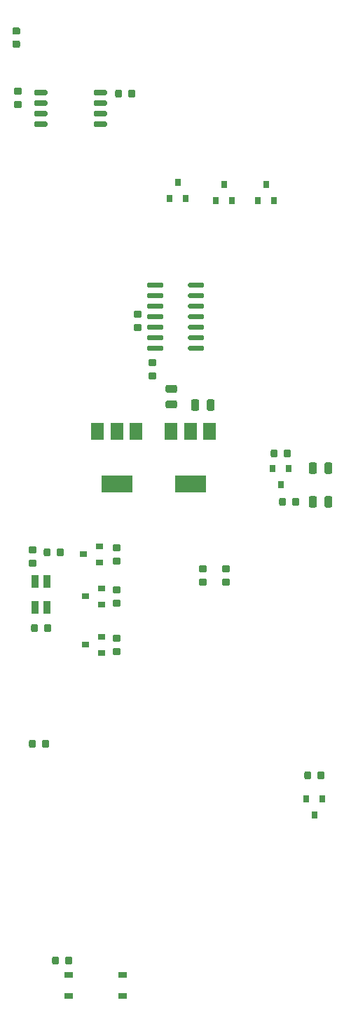
<source format=gbr>
%TF.GenerationSoftware,KiCad,Pcbnew,5.1.6-1.fc32*%
%TF.CreationDate,2021-02-06T17:56:30+01:00*%
%TF.ProjectId,New-New-ACNode-Shield,4e65772d-4e65-4772-9d41-434e6f64652d,rev?*%
%TF.SameCoordinates,Original*%
%TF.FileFunction,Paste,Top*%
%TF.FilePolarity,Positive*%
%FSLAX46Y46*%
G04 Gerber Fmt 4.6, Leading zero omitted, Abs format (unit mm)*
G04 Created by KiCad (PCBNEW 5.1.6-1.fc32) date 2021-02-06 17:56:30*
%MOMM*%
%LPD*%
G01*
G04 APERTURE LIST*
%ADD10R,1.500000X2.000000*%
%ADD11R,3.800000X2.000000*%
%ADD12R,1.000000X0.800000*%
%ADD13R,0.800000X0.900000*%
%ADD14R,0.900000X0.800000*%
%ADD15R,0.900000X1.500000*%
G04 APERTURE END LIST*
D10*
%TO.C,U5*%
X153430000Y-95656000D03*
X148830000Y-95656000D03*
X151130000Y-95656000D03*
D11*
X151130000Y-101956000D03*
%TD*%
D12*
%TO.C,U4*%
X136450000Y-163830000D03*
X142950000Y-163830000D03*
X142950000Y-161290000D03*
X136450000Y-161290000D03*
%TD*%
%TO.C,U3*%
G36*
G01*
X139452000Y-54887000D02*
X139452000Y-54587000D01*
G75*
G02*
X139602000Y-54437000I150000J0D01*
G01*
X140902000Y-54437000D01*
G75*
G02*
X141052000Y-54587000I0J-150000D01*
G01*
X141052000Y-54887000D01*
G75*
G02*
X140902000Y-55037000I-150000J0D01*
G01*
X139602000Y-55037000D01*
G75*
G02*
X139452000Y-54887000I0J150000D01*
G01*
G37*
G36*
G01*
X139452000Y-56157000D02*
X139452000Y-55857000D01*
G75*
G02*
X139602000Y-55707000I150000J0D01*
G01*
X140902000Y-55707000D01*
G75*
G02*
X141052000Y-55857000I0J-150000D01*
G01*
X141052000Y-56157000D01*
G75*
G02*
X140902000Y-56307000I-150000J0D01*
G01*
X139602000Y-56307000D01*
G75*
G02*
X139452000Y-56157000I0J150000D01*
G01*
G37*
G36*
G01*
X139452000Y-57427000D02*
X139452000Y-57127000D01*
G75*
G02*
X139602000Y-56977000I150000J0D01*
G01*
X140902000Y-56977000D01*
G75*
G02*
X141052000Y-57127000I0J-150000D01*
G01*
X141052000Y-57427000D01*
G75*
G02*
X140902000Y-57577000I-150000J0D01*
G01*
X139602000Y-57577000D01*
G75*
G02*
X139452000Y-57427000I0J150000D01*
G01*
G37*
G36*
G01*
X139452000Y-58697000D02*
X139452000Y-58397000D01*
G75*
G02*
X139602000Y-58247000I150000J0D01*
G01*
X140902000Y-58247000D01*
G75*
G02*
X141052000Y-58397000I0J-150000D01*
G01*
X141052000Y-58697000D01*
G75*
G02*
X140902000Y-58847000I-150000J0D01*
G01*
X139602000Y-58847000D01*
G75*
G02*
X139452000Y-58697000I0J150000D01*
G01*
G37*
G36*
G01*
X132252000Y-58697000D02*
X132252000Y-58397000D01*
G75*
G02*
X132402000Y-58247000I150000J0D01*
G01*
X133702000Y-58247000D01*
G75*
G02*
X133852000Y-58397000I0J-150000D01*
G01*
X133852000Y-58697000D01*
G75*
G02*
X133702000Y-58847000I-150000J0D01*
G01*
X132402000Y-58847000D01*
G75*
G02*
X132252000Y-58697000I0J150000D01*
G01*
G37*
G36*
G01*
X132252000Y-57427000D02*
X132252000Y-57127000D01*
G75*
G02*
X132402000Y-56977000I150000J0D01*
G01*
X133702000Y-56977000D01*
G75*
G02*
X133852000Y-57127000I0J-150000D01*
G01*
X133852000Y-57427000D01*
G75*
G02*
X133702000Y-57577000I-150000J0D01*
G01*
X132402000Y-57577000D01*
G75*
G02*
X132252000Y-57427000I0J150000D01*
G01*
G37*
G36*
G01*
X132252000Y-56157000D02*
X132252000Y-55857000D01*
G75*
G02*
X132402000Y-55707000I150000J0D01*
G01*
X133702000Y-55707000D01*
G75*
G02*
X133852000Y-55857000I0J-150000D01*
G01*
X133852000Y-56157000D01*
G75*
G02*
X133702000Y-56307000I-150000J0D01*
G01*
X132402000Y-56307000D01*
G75*
G02*
X132252000Y-56157000I0J150000D01*
G01*
G37*
G36*
G01*
X132252000Y-54887000D02*
X132252000Y-54587000D01*
G75*
G02*
X132402000Y-54437000I150000J0D01*
G01*
X133702000Y-54437000D01*
G75*
G02*
X133852000Y-54587000I0J-150000D01*
G01*
X133852000Y-54887000D01*
G75*
G02*
X133702000Y-55037000I-150000J0D01*
G01*
X132402000Y-55037000D01*
G75*
G02*
X132252000Y-54887000I0J150000D01*
G01*
G37*
%TD*%
%TO.C,U1*%
G36*
G01*
X147852000Y-85448000D02*
X147852000Y-85748000D01*
G75*
G02*
X147702000Y-85898000I-150000J0D01*
G01*
X146052000Y-85898000D01*
G75*
G02*
X145902000Y-85748000I0J150000D01*
G01*
X145902000Y-85448000D01*
G75*
G02*
X146052000Y-85298000I150000J0D01*
G01*
X147702000Y-85298000D01*
G75*
G02*
X147852000Y-85448000I0J-150000D01*
G01*
G37*
G36*
G01*
X147852000Y-84178000D02*
X147852000Y-84478000D01*
G75*
G02*
X147702000Y-84628000I-150000J0D01*
G01*
X146052000Y-84628000D01*
G75*
G02*
X145902000Y-84478000I0J150000D01*
G01*
X145902000Y-84178000D01*
G75*
G02*
X146052000Y-84028000I150000J0D01*
G01*
X147702000Y-84028000D01*
G75*
G02*
X147852000Y-84178000I0J-150000D01*
G01*
G37*
G36*
G01*
X147852000Y-82908000D02*
X147852000Y-83208000D01*
G75*
G02*
X147702000Y-83358000I-150000J0D01*
G01*
X146052000Y-83358000D01*
G75*
G02*
X145902000Y-83208000I0J150000D01*
G01*
X145902000Y-82908000D01*
G75*
G02*
X146052000Y-82758000I150000J0D01*
G01*
X147702000Y-82758000D01*
G75*
G02*
X147852000Y-82908000I0J-150000D01*
G01*
G37*
G36*
G01*
X147852000Y-81638000D02*
X147852000Y-81938000D01*
G75*
G02*
X147702000Y-82088000I-150000J0D01*
G01*
X146052000Y-82088000D01*
G75*
G02*
X145902000Y-81938000I0J150000D01*
G01*
X145902000Y-81638000D01*
G75*
G02*
X146052000Y-81488000I150000J0D01*
G01*
X147702000Y-81488000D01*
G75*
G02*
X147852000Y-81638000I0J-150000D01*
G01*
G37*
G36*
G01*
X147852000Y-80368000D02*
X147852000Y-80668000D01*
G75*
G02*
X147702000Y-80818000I-150000J0D01*
G01*
X146052000Y-80818000D01*
G75*
G02*
X145902000Y-80668000I0J150000D01*
G01*
X145902000Y-80368000D01*
G75*
G02*
X146052000Y-80218000I150000J0D01*
G01*
X147702000Y-80218000D01*
G75*
G02*
X147852000Y-80368000I0J-150000D01*
G01*
G37*
G36*
G01*
X147852000Y-79098000D02*
X147852000Y-79398000D01*
G75*
G02*
X147702000Y-79548000I-150000J0D01*
G01*
X146052000Y-79548000D01*
G75*
G02*
X145902000Y-79398000I0J150000D01*
G01*
X145902000Y-79098000D01*
G75*
G02*
X146052000Y-78948000I150000J0D01*
G01*
X147702000Y-78948000D01*
G75*
G02*
X147852000Y-79098000I0J-150000D01*
G01*
G37*
G36*
G01*
X147852000Y-77828000D02*
X147852000Y-78128000D01*
G75*
G02*
X147702000Y-78278000I-150000J0D01*
G01*
X146052000Y-78278000D01*
G75*
G02*
X145902000Y-78128000I0J150000D01*
G01*
X145902000Y-77828000D01*
G75*
G02*
X146052000Y-77678000I150000J0D01*
G01*
X147702000Y-77678000D01*
G75*
G02*
X147852000Y-77828000I0J-150000D01*
G01*
G37*
G36*
G01*
X152802000Y-77828000D02*
X152802000Y-78128000D01*
G75*
G02*
X152652000Y-78278000I-150000J0D01*
G01*
X151002000Y-78278000D01*
G75*
G02*
X150852000Y-78128000I0J150000D01*
G01*
X150852000Y-77828000D01*
G75*
G02*
X151002000Y-77678000I150000J0D01*
G01*
X152652000Y-77678000D01*
G75*
G02*
X152802000Y-77828000I0J-150000D01*
G01*
G37*
G36*
G01*
X152802000Y-79098000D02*
X152802000Y-79398000D01*
G75*
G02*
X152652000Y-79548000I-150000J0D01*
G01*
X151002000Y-79548000D01*
G75*
G02*
X150852000Y-79398000I0J150000D01*
G01*
X150852000Y-79098000D01*
G75*
G02*
X151002000Y-78948000I150000J0D01*
G01*
X152652000Y-78948000D01*
G75*
G02*
X152802000Y-79098000I0J-150000D01*
G01*
G37*
G36*
G01*
X152802000Y-80368000D02*
X152802000Y-80668000D01*
G75*
G02*
X152652000Y-80818000I-150000J0D01*
G01*
X151002000Y-80818000D01*
G75*
G02*
X150852000Y-80668000I0J150000D01*
G01*
X150852000Y-80368000D01*
G75*
G02*
X151002000Y-80218000I150000J0D01*
G01*
X152652000Y-80218000D01*
G75*
G02*
X152802000Y-80368000I0J-150000D01*
G01*
G37*
G36*
G01*
X152802000Y-81638000D02*
X152802000Y-81938000D01*
G75*
G02*
X152652000Y-82088000I-150000J0D01*
G01*
X151002000Y-82088000D01*
G75*
G02*
X150852000Y-81938000I0J150000D01*
G01*
X150852000Y-81638000D01*
G75*
G02*
X151002000Y-81488000I150000J0D01*
G01*
X152652000Y-81488000D01*
G75*
G02*
X152802000Y-81638000I0J-150000D01*
G01*
G37*
G36*
G01*
X152802000Y-82908000D02*
X152802000Y-83208000D01*
G75*
G02*
X152652000Y-83358000I-150000J0D01*
G01*
X151002000Y-83358000D01*
G75*
G02*
X150852000Y-83208000I0J150000D01*
G01*
X150852000Y-82908000D01*
G75*
G02*
X151002000Y-82758000I150000J0D01*
G01*
X152652000Y-82758000D01*
G75*
G02*
X152802000Y-82908000I0J-150000D01*
G01*
G37*
G36*
G01*
X152802000Y-84178000D02*
X152802000Y-84478000D01*
G75*
G02*
X152652000Y-84628000I-150000J0D01*
G01*
X151002000Y-84628000D01*
G75*
G02*
X150852000Y-84478000I0J150000D01*
G01*
X150852000Y-84178000D01*
G75*
G02*
X151002000Y-84028000I150000J0D01*
G01*
X152652000Y-84028000D01*
G75*
G02*
X152802000Y-84178000I0J-150000D01*
G01*
G37*
G36*
G01*
X152802000Y-85448000D02*
X152802000Y-85748000D01*
G75*
G02*
X152652000Y-85898000I-150000J0D01*
G01*
X151002000Y-85898000D01*
G75*
G02*
X150852000Y-85748000I0J150000D01*
G01*
X150852000Y-85448000D01*
G75*
G02*
X151002000Y-85298000I150000J0D01*
G01*
X152652000Y-85298000D01*
G75*
G02*
X152802000Y-85448000I0J-150000D01*
G01*
G37*
%TD*%
%TO.C,R16*%
G36*
G01*
X161702000Y-98041750D02*
X161702000Y-98554250D01*
G75*
G02*
X161483250Y-98773000I-218750J0D01*
G01*
X161045750Y-98773000D01*
G75*
G02*
X160827000Y-98554250I0J218750D01*
G01*
X160827000Y-98041750D01*
G75*
G02*
X161045750Y-97823000I218750J0D01*
G01*
X161483250Y-97823000D01*
G75*
G02*
X161702000Y-98041750I0J-218750D01*
G01*
G37*
G36*
G01*
X163277000Y-98041750D02*
X163277000Y-98554250D01*
G75*
G02*
X163058250Y-98773000I-218750J0D01*
G01*
X162620750Y-98773000D01*
G75*
G02*
X162402000Y-98554250I0J218750D01*
G01*
X162402000Y-98041750D01*
G75*
G02*
X162620750Y-97823000I218750J0D01*
G01*
X163058250Y-97823000D01*
G75*
G02*
X163277000Y-98041750I0J-218750D01*
G01*
G37*
%TD*%
%TO.C,R15*%
G36*
G01*
X162718000Y-103883750D02*
X162718000Y-104396250D01*
G75*
G02*
X162499250Y-104615000I-218750J0D01*
G01*
X162061750Y-104615000D01*
G75*
G02*
X161843000Y-104396250I0J218750D01*
G01*
X161843000Y-103883750D01*
G75*
G02*
X162061750Y-103665000I218750J0D01*
G01*
X162499250Y-103665000D01*
G75*
G02*
X162718000Y-103883750I0J-218750D01*
G01*
G37*
G36*
G01*
X164293000Y-103883750D02*
X164293000Y-104396250D01*
G75*
G02*
X164074250Y-104615000I-218750J0D01*
G01*
X163636750Y-104615000D01*
G75*
G02*
X163418000Y-104396250I0J218750D01*
G01*
X163418000Y-103883750D01*
G75*
G02*
X163636750Y-103665000I218750J0D01*
G01*
X164074250Y-103665000D01*
G75*
G02*
X164293000Y-103883750I0J-218750D01*
G01*
G37*
%TD*%
%TO.C,R14*%
G36*
G01*
X133192000Y-133606250D02*
X133192000Y-133093750D01*
G75*
G02*
X133410750Y-132875000I218750J0D01*
G01*
X133848250Y-132875000D01*
G75*
G02*
X134067000Y-133093750I0J-218750D01*
G01*
X134067000Y-133606250D01*
G75*
G02*
X133848250Y-133825000I-218750J0D01*
G01*
X133410750Y-133825000D01*
G75*
G02*
X133192000Y-133606250I0J218750D01*
G01*
G37*
G36*
G01*
X131617000Y-133606250D02*
X131617000Y-133093750D01*
G75*
G02*
X131835750Y-132875000I218750J0D01*
G01*
X132273250Y-132875000D01*
G75*
G02*
X132492000Y-133093750I0J-218750D01*
G01*
X132492000Y-133606250D01*
G75*
G02*
X132273250Y-133825000I-218750J0D01*
G01*
X131835750Y-133825000D01*
G75*
G02*
X131617000Y-133606250I0J218750D01*
G01*
G37*
%TD*%
%TO.C,R13*%
G36*
G01*
X155704250Y-112680000D02*
X155191750Y-112680000D01*
G75*
G02*
X154973000Y-112461250I0J218750D01*
G01*
X154973000Y-112023750D01*
G75*
G02*
X155191750Y-111805000I218750J0D01*
G01*
X155704250Y-111805000D01*
G75*
G02*
X155923000Y-112023750I0J-218750D01*
G01*
X155923000Y-112461250D01*
G75*
G02*
X155704250Y-112680000I-218750J0D01*
G01*
G37*
G36*
G01*
X155704250Y-114255000D02*
X155191750Y-114255000D01*
G75*
G02*
X154973000Y-114036250I0J218750D01*
G01*
X154973000Y-113598750D01*
G75*
G02*
X155191750Y-113380000I218750J0D01*
G01*
X155704250Y-113380000D01*
G75*
G02*
X155923000Y-113598750I0J-218750D01*
G01*
X155923000Y-114036250D01*
G75*
G02*
X155704250Y-114255000I-218750J0D01*
G01*
G37*
%TD*%
%TO.C,R12*%
G36*
G01*
X152910250Y-112680000D02*
X152397750Y-112680000D01*
G75*
G02*
X152179000Y-112461250I0J218750D01*
G01*
X152179000Y-112023750D01*
G75*
G02*
X152397750Y-111805000I218750J0D01*
G01*
X152910250Y-111805000D01*
G75*
G02*
X153129000Y-112023750I0J-218750D01*
G01*
X153129000Y-112461250D01*
G75*
G02*
X152910250Y-112680000I-218750J0D01*
G01*
G37*
G36*
G01*
X152910250Y-114255000D02*
X152397750Y-114255000D01*
G75*
G02*
X152179000Y-114036250I0J218750D01*
G01*
X152179000Y-113598750D01*
G75*
G02*
X152397750Y-113380000I218750J0D01*
G01*
X152910250Y-113380000D01*
G75*
G02*
X153129000Y-113598750I0J-218750D01*
G01*
X153129000Y-114036250D01*
G75*
G02*
X152910250Y-114255000I-218750J0D01*
G01*
G37*
%TD*%
%TO.C,R11*%
G36*
G01*
X135286000Y-159255750D02*
X135286000Y-159768250D01*
G75*
G02*
X135067250Y-159987000I-218750J0D01*
G01*
X134629750Y-159987000D01*
G75*
G02*
X134411000Y-159768250I0J218750D01*
G01*
X134411000Y-159255750D01*
G75*
G02*
X134629750Y-159037000I218750J0D01*
G01*
X135067250Y-159037000D01*
G75*
G02*
X135286000Y-159255750I0J-218750D01*
G01*
G37*
G36*
G01*
X136861000Y-159255750D02*
X136861000Y-159768250D01*
G75*
G02*
X136642250Y-159987000I-218750J0D01*
G01*
X136204750Y-159987000D01*
G75*
G02*
X135986000Y-159768250I0J218750D01*
G01*
X135986000Y-159255750D01*
G75*
G02*
X136204750Y-159037000I218750J0D01*
G01*
X136642250Y-159037000D01*
G75*
G02*
X136861000Y-159255750I0J-218750D01*
G01*
G37*
%TD*%
%TO.C,R10*%
G36*
G01*
X129843750Y-48450000D02*
X130356250Y-48450000D01*
G75*
G02*
X130575000Y-48668750I0J-218750D01*
G01*
X130575000Y-49106250D01*
G75*
G02*
X130356250Y-49325000I-218750J0D01*
G01*
X129843750Y-49325000D01*
G75*
G02*
X129625000Y-49106250I0J218750D01*
G01*
X129625000Y-48668750D01*
G75*
G02*
X129843750Y-48450000I218750J0D01*
G01*
G37*
G36*
G01*
X129843750Y-46875000D02*
X130356250Y-46875000D01*
G75*
G02*
X130575000Y-47093750I0J-218750D01*
G01*
X130575000Y-47531250D01*
G75*
G02*
X130356250Y-47750000I-218750J0D01*
G01*
X129843750Y-47750000D01*
G75*
G02*
X129625000Y-47531250I0J218750D01*
G01*
X129625000Y-47093750D01*
G75*
G02*
X129843750Y-46875000I218750J0D01*
G01*
G37*
%TD*%
%TO.C,R9*%
G36*
G01*
X165766000Y-136903750D02*
X165766000Y-137416250D01*
G75*
G02*
X165547250Y-137635000I-218750J0D01*
G01*
X165109750Y-137635000D01*
G75*
G02*
X164891000Y-137416250I0J218750D01*
G01*
X164891000Y-136903750D01*
G75*
G02*
X165109750Y-136685000I218750J0D01*
G01*
X165547250Y-136685000D01*
G75*
G02*
X165766000Y-136903750I0J-218750D01*
G01*
G37*
G36*
G01*
X167341000Y-136903750D02*
X167341000Y-137416250D01*
G75*
G02*
X167122250Y-137635000I-218750J0D01*
G01*
X166684750Y-137635000D01*
G75*
G02*
X166466000Y-137416250I0J218750D01*
G01*
X166466000Y-136903750D01*
G75*
G02*
X166684750Y-136685000I218750J0D01*
G01*
X167122250Y-136685000D01*
G75*
G02*
X167341000Y-136903750I0J-218750D01*
G01*
G37*
%TD*%
%TO.C,R8*%
G36*
G01*
X142496250Y-121062000D02*
X141983750Y-121062000D01*
G75*
G02*
X141765000Y-120843250I0J218750D01*
G01*
X141765000Y-120405750D01*
G75*
G02*
X141983750Y-120187000I218750J0D01*
G01*
X142496250Y-120187000D01*
G75*
G02*
X142715000Y-120405750I0J-218750D01*
G01*
X142715000Y-120843250D01*
G75*
G02*
X142496250Y-121062000I-218750J0D01*
G01*
G37*
G36*
G01*
X142496250Y-122637000D02*
X141983750Y-122637000D01*
G75*
G02*
X141765000Y-122418250I0J218750D01*
G01*
X141765000Y-121980750D01*
G75*
G02*
X141983750Y-121762000I218750J0D01*
G01*
X142496250Y-121762000D01*
G75*
G02*
X142715000Y-121980750I0J-218750D01*
G01*
X142715000Y-122418250D01*
G75*
G02*
X142496250Y-122637000I-218750J0D01*
G01*
G37*
%TD*%
%TO.C,R7*%
G36*
G01*
X142496250Y-115220000D02*
X141983750Y-115220000D01*
G75*
G02*
X141765000Y-115001250I0J218750D01*
G01*
X141765000Y-114563750D01*
G75*
G02*
X141983750Y-114345000I218750J0D01*
G01*
X142496250Y-114345000D01*
G75*
G02*
X142715000Y-114563750I0J-218750D01*
G01*
X142715000Y-115001250D01*
G75*
G02*
X142496250Y-115220000I-218750J0D01*
G01*
G37*
G36*
G01*
X142496250Y-116795000D02*
X141983750Y-116795000D01*
G75*
G02*
X141765000Y-116576250I0J218750D01*
G01*
X141765000Y-116138750D01*
G75*
G02*
X141983750Y-115920000I218750J0D01*
G01*
X142496250Y-115920000D01*
G75*
G02*
X142715000Y-116138750I0J-218750D01*
G01*
X142715000Y-116576250D01*
G75*
G02*
X142496250Y-116795000I-218750J0D01*
G01*
G37*
%TD*%
%TO.C,R6*%
G36*
G01*
X142496250Y-110140000D02*
X141983750Y-110140000D01*
G75*
G02*
X141765000Y-109921250I0J218750D01*
G01*
X141765000Y-109483750D01*
G75*
G02*
X141983750Y-109265000I218750J0D01*
G01*
X142496250Y-109265000D01*
G75*
G02*
X142715000Y-109483750I0J-218750D01*
G01*
X142715000Y-109921250D01*
G75*
G02*
X142496250Y-110140000I-218750J0D01*
G01*
G37*
G36*
G01*
X142496250Y-111715000D02*
X141983750Y-111715000D01*
G75*
G02*
X141765000Y-111496250I0J218750D01*
G01*
X141765000Y-111058750D01*
G75*
G02*
X141983750Y-110840000I218750J0D01*
G01*
X142496250Y-110840000D01*
G75*
G02*
X142715000Y-111058750I0J-218750D01*
G01*
X142715000Y-111496250D01*
G75*
G02*
X142496250Y-111715000I-218750J0D01*
G01*
G37*
%TD*%
%TO.C,R5*%
G36*
G01*
X133446000Y-119636250D02*
X133446000Y-119123750D01*
G75*
G02*
X133664750Y-118905000I218750J0D01*
G01*
X134102250Y-118905000D01*
G75*
G02*
X134321000Y-119123750I0J-218750D01*
G01*
X134321000Y-119636250D01*
G75*
G02*
X134102250Y-119855000I-218750J0D01*
G01*
X133664750Y-119855000D01*
G75*
G02*
X133446000Y-119636250I0J218750D01*
G01*
G37*
G36*
G01*
X131871000Y-119636250D02*
X131871000Y-119123750D01*
G75*
G02*
X132089750Y-118905000I218750J0D01*
G01*
X132527250Y-118905000D01*
G75*
G02*
X132746000Y-119123750I0J-218750D01*
G01*
X132746000Y-119636250D01*
G75*
G02*
X132527250Y-119855000I-218750J0D01*
G01*
X132089750Y-119855000D01*
G75*
G02*
X131871000Y-119636250I0J218750D01*
G01*
G37*
%TD*%
%TO.C,R4*%
G36*
G01*
X132336250Y-110394000D02*
X131823750Y-110394000D01*
G75*
G02*
X131605000Y-110175250I0J218750D01*
G01*
X131605000Y-109737750D01*
G75*
G02*
X131823750Y-109519000I218750J0D01*
G01*
X132336250Y-109519000D01*
G75*
G02*
X132555000Y-109737750I0J-218750D01*
G01*
X132555000Y-110175250D01*
G75*
G02*
X132336250Y-110394000I-218750J0D01*
G01*
G37*
G36*
G01*
X132336250Y-111969000D02*
X131823750Y-111969000D01*
G75*
G02*
X131605000Y-111750250I0J218750D01*
G01*
X131605000Y-111312750D01*
G75*
G02*
X131823750Y-111094000I218750J0D01*
G01*
X132336250Y-111094000D01*
G75*
G02*
X132555000Y-111312750I0J-218750D01*
G01*
X132555000Y-111750250D01*
G75*
G02*
X132336250Y-111969000I-218750J0D01*
G01*
G37*
%TD*%
%TO.C,R3*%
G36*
G01*
X134970000Y-110492250D02*
X134970000Y-109979750D01*
G75*
G02*
X135188750Y-109761000I218750J0D01*
G01*
X135626250Y-109761000D01*
G75*
G02*
X135845000Y-109979750I0J-218750D01*
G01*
X135845000Y-110492250D01*
G75*
G02*
X135626250Y-110711000I-218750J0D01*
G01*
X135188750Y-110711000D01*
G75*
G02*
X134970000Y-110492250I0J218750D01*
G01*
G37*
G36*
G01*
X133395000Y-110492250D02*
X133395000Y-109979750D01*
G75*
G02*
X133613750Y-109761000I218750J0D01*
G01*
X134051250Y-109761000D01*
G75*
G02*
X134270000Y-109979750I0J-218750D01*
G01*
X134270000Y-110492250D01*
G75*
G02*
X134051250Y-110711000I-218750J0D01*
G01*
X133613750Y-110711000D01*
G75*
G02*
X133395000Y-110492250I0J218750D01*
G01*
G37*
%TD*%
%TO.C,R2*%
G36*
G01*
X130558250Y-55022000D02*
X130045750Y-55022000D01*
G75*
G02*
X129827000Y-54803250I0J218750D01*
G01*
X129827000Y-54365750D01*
G75*
G02*
X130045750Y-54147000I218750J0D01*
G01*
X130558250Y-54147000D01*
G75*
G02*
X130777000Y-54365750I0J-218750D01*
G01*
X130777000Y-54803250D01*
G75*
G02*
X130558250Y-55022000I-218750J0D01*
G01*
G37*
G36*
G01*
X130558250Y-56597000D02*
X130045750Y-56597000D01*
G75*
G02*
X129827000Y-56378250I0J218750D01*
G01*
X129827000Y-55940750D01*
G75*
G02*
X130045750Y-55722000I218750J0D01*
G01*
X130558250Y-55722000D01*
G75*
G02*
X130777000Y-55940750I0J-218750D01*
G01*
X130777000Y-56378250D01*
G75*
G02*
X130558250Y-56597000I-218750J0D01*
G01*
G37*
%TD*%
%TO.C,R1*%
G36*
G01*
X144523750Y-82646000D02*
X145036250Y-82646000D01*
G75*
G02*
X145255000Y-82864750I0J-218750D01*
G01*
X145255000Y-83302250D01*
G75*
G02*
X145036250Y-83521000I-218750J0D01*
G01*
X144523750Y-83521000D01*
G75*
G02*
X144305000Y-83302250I0J218750D01*
G01*
X144305000Y-82864750D01*
G75*
G02*
X144523750Y-82646000I218750J0D01*
G01*
G37*
G36*
G01*
X144523750Y-81071000D02*
X145036250Y-81071000D01*
G75*
G02*
X145255000Y-81289750I0J-218750D01*
G01*
X145255000Y-81727250D01*
G75*
G02*
X145036250Y-81946000I-218750J0D01*
G01*
X144523750Y-81946000D01*
G75*
G02*
X144305000Y-81727250I0J218750D01*
G01*
X144305000Y-81289750D01*
G75*
G02*
X144523750Y-81071000I218750J0D01*
G01*
G37*
%TD*%
D13*
%TO.C,Q9*%
X162052000Y-102092000D03*
X161102000Y-100092000D03*
X163002000Y-100092000D03*
%TD*%
%TO.C,Q8*%
X166116000Y-141970000D03*
X165166000Y-139970000D03*
X167066000Y-139970000D03*
%TD*%
D10*
%TO.C,Q7*%
X144540000Y-95656000D03*
X139940000Y-95656000D03*
X142240000Y-95656000D03*
D11*
X142240000Y-101956000D03*
%TD*%
D14*
%TO.C,Q6*%
X138446000Y-121412000D03*
X140446000Y-120462000D03*
X140446000Y-122362000D03*
%TD*%
%TO.C,Q5*%
X138446000Y-115570000D03*
X140446000Y-114620000D03*
X140446000Y-116520000D03*
%TD*%
%TO.C,Q4*%
X138192000Y-110490000D03*
X140192000Y-109540000D03*
X140192000Y-111440000D03*
%TD*%
D13*
%TO.C,Q3*%
X155194000Y-65802000D03*
X156144000Y-67802000D03*
X154244000Y-67802000D03*
%TD*%
%TO.C,Q2*%
X149606000Y-65548000D03*
X150556000Y-67548000D03*
X148656000Y-67548000D03*
%TD*%
%TO.C,Q1*%
X160274000Y-65802000D03*
X161224000Y-67802000D03*
X159324000Y-67802000D03*
%TD*%
%TO.C,FB2*%
G36*
G01*
X167328000Y-100532250D02*
X167328000Y-99619750D01*
G75*
G02*
X167571750Y-99376000I243750J0D01*
G01*
X168059250Y-99376000D01*
G75*
G02*
X168303000Y-99619750I0J-243750D01*
G01*
X168303000Y-100532250D01*
G75*
G02*
X168059250Y-100776000I-243750J0D01*
G01*
X167571750Y-100776000D01*
G75*
G02*
X167328000Y-100532250I0J243750D01*
G01*
G37*
G36*
G01*
X165453000Y-100532250D02*
X165453000Y-99619750D01*
G75*
G02*
X165696750Y-99376000I243750J0D01*
G01*
X166184250Y-99376000D01*
G75*
G02*
X166428000Y-99619750I0J-243750D01*
G01*
X166428000Y-100532250D01*
G75*
G02*
X166184250Y-100776000I-243750J0D01*
G01*
X165696750Y-100776000D01*
G75*
G02*
X165453000Y-100532250I0J243750D01*
G01*
G37*
%TD*%
%TO.C,FB1*%
G36*
G01*
X166428000Y-103683750D02*
X166428000Y-104596250D01*
G75*
G02*
X166184250Y-104840000I-243750J0D01*
G01*
X165696750Y-104840000D01*
G75*
G02*
X165453000Y-104596250I0J243750D01*
G01*
X165453000Y-103683750D01*
G75*
G02*
X165696750Y-103440000I243750J0D01*
G01*
X166184250Y-103440000D01*
G75*
G02*
X166428000Y-103683750I0J-243750D01*
G01*
G37*
G36*
G01*
X168303000Y-103683750D02*
X168303000Y-104596250D01*
G75*
G02*
X168059250Y-104840000I-243750J0D01*
G01*
X167571750Y-104840000D01*
G75*
G02*
X167328000Y-104596250I0J243750D01*
G01*
X167328000Y-103683750D01*
G75*
G02*
X167571750Y-103440000I243750J0D01*
G01*
X168059250Y-103440000D01*
G75*
G02*
X168303000Y-103683750I0J-243750D01*
G01*
G37*
%TD*%
D15*
%TO.C,D1*%
X132396000Y-116866000D03*
X133796000Y-116866000D03*
X132396000Y-113766000D03*
X133796000Y-113766000D03*
%TD*%
%TO.C,C4*%
G36*
G01*
X153104000Y-92912250D02*
X153104000Y-91999750D01*
G75*
G02*
X153347750Y-91756000I243750J0D01*
G01*
X153835250Y-91756000D01*
G75*
G02*
X154079000Y-91999750I0J-243750D01*
G01*
X154079000Y-92912250D01*
G75*
G02*
X153835250Y-93156000I-243750J0D01*
G01*
X153347750Y-93156000D01*
G75*
G02*
X153104000Y-92912250I0J243750D01*
G01*
G37*
G36*
G01*
X151229000Y-92912250D02*
X151229000Y-91999750D01*
G75*
G02*
X151472750Y-91756000I243750J0D01*
G01*
X151960250Y-91756000D01*
G75*
G02*
X152204000Y-91999750I0J-243750D01*
G01*
X152204000Y-92912250D01*
G75*
G02*
X151960250Y-93156000I-243750J0D01*
G01*
X151472750Y-93156000D01*
G75*
G02*
X151229000Y-92912250I0J243750D01*
G01*
G37*
%TD*%
%TO.C,C3*%
G36*
G01*
X149300250Y-90990000D02*
X148387750Y-90990000D01*
G75*
G02*
X148144000Y-90746250I0J243750D01*
G01*
X148144000Y-90258750D01*
G75*
G02*
X148387750Y-90015000I243750J0D01*
G01*
X149300250Y-90015000D01*
G75*
G02*
X149544000Y-90258750I0J-243750D01*
G01*
X149544000Y-90746250D01*
G75*
G02*
X149300250Y-90990000I-243750J0D01*
G01*
G37*
G36*
G01*
X149300250Y-92865000D02*
X148387750Y-92865000D01*
G75*
G02*
X148144000Y-92621250I0J243750D01*
G01*
X148144000Y-92133750D01*
G75*
G02*
X148387750Y-91890000I243750J0D01*
G01*
X149300250Y-91890000D01*
G75*
G02*
X149544000Y-92133750I0J-243750D01*
G01*
X149544000Y-92621250D01*
G75*
G02*
X149300250Y-92865000I-243750J0D01*
G01*
G37*
%TD*%
%TO.C,C2*%
G36*
G01*
X142906000Y-54607750D02*
X142906000Y-55120250D01*
G75*
G02*
X142687250Y-55339000I-218750J0D01*
G01*
X142249750Y-55339000D01*
G75*
G02*
X142031000Y-55120250I0J218750D01*
G01*
X142031000Y-54607750D01*
G75*
G02*
X142249750Y-54389000I218750J0D01*
G01*
X142687250Y-54389000D01*
G75*
G02*
X142906000Y-54607750I0J-218750D01*
G01*
G37*
G36*
G01*
X144481000Y-54607750D02*
X144481000Y-55120250D01*
G75*
G02*
X144262250Y-55339000I-218750J0D01*
G01*
X143824750Y-55339000D01*
G75*
G02*
X143606000Y-55120250I0J218750D01*
G01*
X143606000Y-54607750D01*
G75*
G02*
X143824750Y-54389000I218750J0D01*
G01*
X144262250Y-54389000D01*
G75*
G02*
X144481000Y-54607750I0J-218750D01*
G01*
G37*
%TD*%
%TO.C,C1*%
G36*
G01*
X146301750Y-88488000D02*
X146814250Y-88488000D01*
G75*
G02*
X147033000Y-88706750I0J-218750D01*
G01*
X147033000Y-89144250D01*
G75*
G02*
X146814250Y-89363000I-218750J0D01*
G01*
X146301750Y-89363000D01*
G75*
G02*
X146083000Y-89144250I0J218750D01*
G01*
X146083000Y-88706750D01*
G75*
G02*
X146301750Y-88488000I218750J0D01*
G01*
G37*
G36*
G01*
X146301750Y-86913000D02*
X146814250Y-86913000D01*
G75*
G02*
X147033000Y-87131750I0J-218750D01*
G01*
X147033000Y-87569250D01*
G75*
G02*
X146814250Y-87788000I-218750J0D01*
G01*
X146301750Y-87788000D01*
G75*
G02*
X146083000Y-87569250I0J218750D01*
G01*
X146083000Y-87131750D01*
G75*
G02*
X146301750Y-86913000I218750J0D01*
G01*
G37*
%TD*%
M02*

</source>
